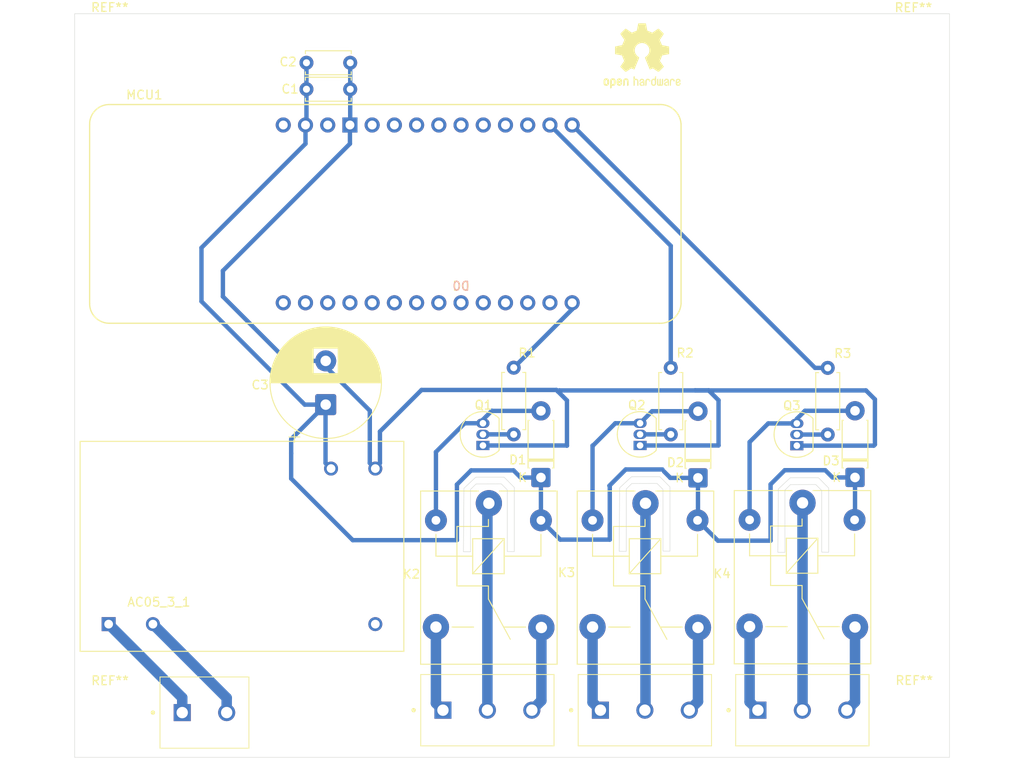
<source format=kicad_pcb>
(kicad_pcb (version 20241229) (generator "pcbnew") (generator_version "9.0")
  (layers (0 "F.Cu" signal) (2 "B.Cu" signal) (13 "F.Paste" user) (15 "B.Paste" user) (5 "F.SilkS" user "F.Silkscreen") (7 "B.SilkS" user "B.Silkscreen") (1 "F.Mask" user) (3 "B.Mask" user) (25 "Edge.Cuts" user))
  (net 0 "")
  (net 1 "/Bewaesserungsrelais")
  (net 2 "/+5V")
  (net 3 "/-5V")
  (net 4 "/Hauptrelais")
  (net 5 "/Poolrelais")
  (net 6 "VCC")
  (net 7 "GND")
  (net 8 "Net-(D1-A)")
  (net 9 "Net-(D2-A)")
  (net 10 "Net-(D3-A)")
  (net 11 "/Hauptrelais/NO")
  (net 12 "/Hauptrelais/IN")
  (net 13 "/Hauptrelais/ON")
  (net 14 "/Bewaesserungsrelais/IN")
  (net 15 "/Bewaesserungsrelais/ON")
  (net 16 "/Bewaesserungsrelais/NO")
  (net 17 "/Poolrelais/IN")
  (net 18 "/Poolrelais/ON")
  (net 19 "/Poolrelais/NO")
  (net 20 "Net-(Q1-B)")
  (net 21 "Net-(Q2-B)")
  (net 22 "Net-(Q3-B)")
  (net 44 "unconnected-(MCU1-D12{slash}SCL-PadD12)")
  (footprint "Relay_THT:Relay_SPDT_SANYOU_SRD_Series_Form_C" (layer "F.Cu") (at 133.7 104.905 -90)
    (property "Reference" "K4" (at 8.1 9.2 180) (layer "F.SilkS"))
    (property "Value" "SANYOU_SRD_Form_C" (hide yes))
    (pad "1" thru_hole circle (at 0 0) (size 3 3) (drill 1.3) (layers "*.Cu" "*.Mask") (net 17 "/Poolrelais/IN"))
    (pad "2" thru_hole circle (at 1.95 6.05) (size 2.5 2.5) (drill 1) (layers "*.Cu" "*.Mask") (net 10 "Net-(D3-A)"))
    (pad "3" thru_hole circle (at 14.15 6.05) (size 3 3) (drill 1.3) (layers "*.Cu" "*.Mask") (net 18 "/Poolrelais/ON"))
    (pad "4" thru_hole circle (at 14.2 -6) (size 3 3) (drill 1.3) (layers "*.Cu" "*.Mask") (net 19 "/Poolrelais/NO"))
    (pad "5" thru_hole circle (at 1.95 -5.95) (size 2.5 2.5) (drill 1) (layers "*.Cu" "*.Mask") (net 2 "/+5V"))
  )
  (footprint "MountingHole:MountingHole_4.3mm_M4_DIN965" (layer "F.Cu") (at 146.375 53.055)
    (property "Reference" "REF**" (at 0 -4.75 0) (layer "F.SilkS"))
    (property "Value" "MountingHole_4.3mm_M4_DIN965")
    (pad "" np_thru_hole circle (at 0 0) (size 4.3 4.3) (drill 4.3) (layers "*.Cu" "*.Mask"))
  )
  (footprint "Relay_THT:Relay_SPDT_SANYOU_SRD_Series_Form_C" (layer "F.Cu") (at 115.75 104.955 -90)
    (property "Reference" "K3" (at 7.925 9.018 180) (layer "F.SilkS"))
    (property "Value" "SANYOU_SRD_Form_C" (hide yes))
    (pad "1" thru_hole circle (at 0 0) (size 3 3) (drill 1.3) (layers "*.Cu" "*.Mask") (net 14 "/Bewaesserungsrelais/IN"))
    (pad "2" thru_hole circle (at 1.95 6.05) (size 2.5 2.5) (drill 1) (layers "*.Cu" "*.Mask") (net 9 "Net-(D2-A)"))
    (pad "3" thru_hole circle (at 14.15 6.05) (size 3 3) (drill 1.3) (layers "*.Cu" "*.Mask") (net 15 "/Bewaesserungsrelais/ON"))
    (pad "4" thru_hole circle (at 14.2 -6) (size 3 3) (drill 1.3) (layers "*.Cu" "*.Mask") (net 16 "/Bewaesserungsrelais/NO"))
    (pad "5" thru_hole circle (at 1.95 -5.95) (size 2.5 2.5) (drill 1) (layers "*.Cu" "*.Mask") (net 2 "/+5V"))
  )
  (footprint "MountingHole:MountingHole_4.3mm_M4_DIN965" (layer "F.Cu") (at 54.55 129.98)
    (property "Reference" "REF**" (at 0 -4.75 0) (layer "F.SilkS"))
    (property "Value" "MountingHole_4.3mm_M4_DIN965")
    (pad "" np_thru_hole circle (at 0 0) (size 4.3 4.3) (drill 4.3) (layers "*.Cu" "*.Mask"))
  )
  (footprint "Diode_THT:D_DO-41_SOD81_P7.62mm_Horizontal" (layer "F.Cu") (at 103.8 102.015 90)
    (property "Reference" "D1" (at 2.02 -2.656 180) (layer "F.SilkS"))
    (property "Value" "1N4007")
    (fp_text user "K" (at 0 -2.1 180) (layer "F.SilkS"))
    (pad "1" thru_hole roundrect (at 0 0 90) (size 2.2 2.2) (drill 1.1) (layers "*.Cu" "*.Mask") (roundrect_rratio 0.113636) (net 2 "/+5V"))
    (pad "2" thru_hole circle (at 7.62 0 90) (size 2.2 2.2) (drill 1.1) (layers "*.Cu" "*.Mask") (net 8 "Net-(D1-A)"))
  )
  (footprint "PCM_arduino-library:Arduino_MKR_FOX_1200_Socket" (layer "F.Cu") (at 54.4652 61.63)
    (property "Reference" "MCU1" (at 4 -3.35 0) (layer "F.SilkS"))
    (property "Value" "Arduino_MKR_WAN_1310_Socket")
    (fp_text user "D0" (at 40.2048 18.505 0) (layer "F.SilkS"))
    (fp_text user "D0" (at 40.2048 18.505 0) (layer "B.SilkS") (effects (justify mirror)))
    (pad "" np_thru_hole circle (at 0 0) (size 2.2 2.2) (drill 2.2) (layers "*.Cu" "*.Mask"))
    (pad "" np_thru_hole circle (at 0 20.5) (size 2.2 2.2) (drill 2.2) (layers "*.Cu" "*.Mask"))
    (pad "" np_thru_hole circle (at 57 0) (size 2.2 2.2) (drill 2.2) (layers "*.Cu" "*.Mask"))
    (pad "" np_thru_hole circle (at 57 20.5) (size 2.2 2.2) (drill 2.2) (layers "*.Cu" "*.Mask"))
    (pad "3V3" thru_hole circle (at 24.9648 0.09) (size 1.7272 1.7272) (drill 1.016) (layers "*.Cu" "*.Mask"))
    (pad "5V" thru_hole circle (at 19.8848 0.09) (size 1.7272 1.7272) (drill 1.016) (layers "*.Cu" "*.Mask"))
    (pad "A0" thru_hole circle (at 22.4248 20.41) (size 1.7272 1.7272) (drill 1.016) (layers "*.Cu" "*.Mask"))
    (pad "A1" thru_hole circle (at 24.9648 20.41) (size 1.7272 1.7272) (drill 1.016) (layers "*.Cu" "*.Mask"))
    (pad "A2" thru_hole circle (at 27.5048 20.41) (size 1.7272 1.7272) (drill 1.016) (layers "*.Cu" "*.Mask"))
    (pad "A3" thru_hole circle (at 30.0448 20.41) (size 1.7272 1.7272) (drill 1.016) (layers "*.Cu" "*.Mask"))
    (pad "A4" thru_hole circle (at 32.5848 20.41) (size 1.7272 1.7272) (drill 1.016) (layers "*.Cu" "*.Mask"))
    (pad "A5" thru_hole circle (at 35.1248 20.41) (size 1.7272 1.7272) (drill 1.016) (layers "*.Cu" "*.Mask"))
    (pad "A6" thru_hole circle (at 37.6648 20.41) (size 1.7272 1.7272) (drill 1.016) (layers "*.Cu" "*.Mask"))
    (pad "AREF" thru_hole circle (at 19.8848 20.41) (size 1.7272 1.7272) (drill 1.016) (layers "*.Cu" "*.Mask"))
    (pad "D0" thru_hole circle (at 40.2048 20.41) (size 1.7272 1.7272) (drill 1.016) (layers "*.Cu" "*.Mask"))
    (pad "D1" thru_hole circle (at 42.7448 20.41) (size 1.7272 1.7272) (drill 1.016) (layers "*.Cu" "*.Mask"))
    (pad "D2" thru_hole circle (at 45.2848 20.41) (size 1.7272 1.7272) (drill 1.016) (layers "*.Cu" "*.Mask"))
    (pad "D3" thru_hole circle (at 47.8248 20.41) (size 1.7272 1.7272) (drill 1.016) (layers "*.Cu" "*.Mask"))
    (pad "D4" thru_hole circle (at 50.3648 20.41) (size 1.7272 1.7272) (drill 1.016) (layers "*.Cu" "*.Mask"))
    (pad "D5" thru_hole circle (at 52.9048 20.41) (size 1.7272 1.7272) (drill 1.016) (layers "*.Cu" "*.Mask") (net 4 "/Hauptrelais"))
    (pad "D6" thru_hole circle (at 52.9048 0.09) (size 1.7272 1.7272) (drill 1.016) (layers "*.Cu" "*.Mask") (net 5 "/Poolrelais"))
    (pad "D7" thru_hole circle (at 50.3648 0.09) (size 1.7272 1.7272) (drill 1.016) (layers "*.Cu" "*.Mask") (net 1 "/Bewaesserungsrelais"))
    (pad "D8" thru_hole circle (at 47.8248 0.09) (size 1.7272 1.7272) (drill 1.016) (layers "*.Cu" "*.Mask"))
    (pad "D9" thru_hole circle (at 45.2848 0.09) (size 1.7272 1.7272) (drill 1.016) (layers "*.Cu" "*.Mask"))
    (pad "D10" thru_hole circle (at 42.7448 0.09) (size 1.7272 1.7272) (drill 1.016) (layers "*.Cu" "*.Mask"))
    (pad "D11" thru_hole circle (at 40.2048 0.09) (size 1.7272 1.7272) (drill 1.016) (layers "*.Cu" "*.Mask"))
    (pad "D12" thru_hole circle (at 37.6648 0.09) (size 1.7272 1.7272) (drill 1.016) (layers "*.Cu" "*.Mask") (net 44 "unconnected-(MCU1-D12{slash}SCL-PadD12)"))
    (pad "D13" thru_hole circle (at 35.1248 0.09) (size 1.7272 1.7272) (drill 1.016) (layers "*.Cu" "*.Mask"))
    (pad "D14" thru_hole circle (at 32.5848 0.09) (size 1.7272 1.7272) (drill 1.016) (layers "*.Cu" "*.Mask"))
    (pad "GND" thru_hole rect (at 27.5048 0.09) (size 1.7272 1.7272) (drill 1.016) (layers "*.Cu" "*.Mask") (net 3 "/-5V"))
    (pad "RST" thru_hole circle (at 30.0448 0.09) (size 1.7272 1.7272) (drill 1.016) (layers "*.Cu" "*.Mask"))
    (pad "VIN" thru_hole circle (at 22.4248 0.09) (size 1.7272 1.7272) (drill 1.016) (layers "*.Cu" "*.Mask") (net 2 "/+5V"))
  )
  (footprint "PhoenixContact:MKDSN 1,5_3-5,08" (layer "F.Cu") (at 110.6 128.605)
    (property "Reference" "J4" (hide yes))
    (property "Value" "Screw_Terminal_01x03" (hide yes))
    (pad "1" thru_hole rect (at 0 0) (size 1.95 1.95) (drill 1.3) (layers "*.Cu" "*.Mask") (net 15 "/Bewaesserungsrelais/ON"))
    (pad "2" thru_hole circle (at 5.08 0) (size 1.95 1.95) (drill 1.3) (layers "*.Cu" "*.Mask") (net 14 "/Bewaesserungsrelais/IN"))
    (pad "3" thru_hole circle (at 10.16 0) (size 1.95 1.95) (drill 1.3) (layers "*.Cu" "*.Mask") (net 16 "/Bewaesserungsrelais/NO"))
  )
  (footprint "Resistor_THT:R_Axial_DIN0207_L6.3mm_D2.5mm_P7.62mm_Horizontal" (layer "F.Cu") (at 118.64 89.47 -90)
    (property "Reference" "R2" (at -1.69 -1.64 0) (layer "F.SilkS"))
    (property "Value" "220 Ohm, axial, 250 mW, 0,1%")
    (pad "1" thru_hole circle (at 0 0 270) (size 1.6 1.6) (drill 0.8) (layers "*.Cu" "*.Mask") (net 1 "/Bewaesserungsrelais"))
    (pad "2" thru_hole circle (at 7.62 0 270) (size 1.6 1.6) (drill 0.8) (layers "*.Cu" "*.Mask") (net 21 "Net-(Q2-B)"))
  )
  (footprint "Capacitor_THT:C_Disc_D5.0mm_W2.5mm_P5.00mm" (layer "F.Cu") (at 77 57.63)
    (property "Reference" "C1" (at -1.88 -0.02 0) (layer "F.SilkS"))
    (property "Value" "10000pF 100V 10% Y5P 5mm")
    (pad "1" thru_hole circle (at 0 0) (size 1.6 1.6) (drill 0.8) (layers "*.Cu" "*.Mask") (net 2 "/+5V"))
    (pad "2" thru_hole circle (at 5 0) (size 1.6 1.6) (drill 0.8) (layers "*.Cu" "*.Mask") (net 3 "/-5V"))
  )
  (footprint "PhoenixContact:MKDSN 1,5_3-5,08" (layer "F.Cu") (at 92.6 128.605)
    (property "Reference" "J1" (hide yes))
    (property "Value" "Screw_Terminal_01x03" (hide yes))
    (pad "1" thru_hole rect (at 0 0) (size 1.95 1.95) (drill 1.3) (layers "*.Cu" "*.Mask") (net 13 "/Hauptrelais/ON"))
    (pad "2" thru_hole circle (at 5.08 0) (size 1.95 1.95) (drill 1.3) (layers "*.Cu" "*.Mask") (net 12 "/Hauptrelais/IN"))
    (pad "3" thru_hole circle (at 10.16 0) (size 1.95 1.95) (drill 1.3) (layers "*.Cu" "*.Mask") (net 11 "/Hauptrelais/NO"))
  )
  (footprint "Package_TO_SOT_THT:TO-92_Inline" (layer "F.Cu") (at 97.17 98.35 90)
    (property "Reference" "Q1" (at 4.615 0.05 180) (layer "F.SilkS"))
    (property "Value" "2N3904")
    (pad "1" thru_hole rect (at 0 0 90) (size 1.05 1.5) (drill 0.75) (layers "*.Cu" "*.Mask") (net 3 "/-5V"))
    (pad "2" thru_hole oval (at 1.27 0 90) (size 1.05 1.5) (drill 0.75) (layers "*.Cu" "*.Mask") (net 20 "Net-(Q1-B)"))
    (pad "3" thru_hole oval (at 2.54 0 90) (size 1.05 1.5) (drill 0.75) (layers "*.Cu" "*.Mask") (net 8 "Net-(D1-A)"))
  )
  (footprint "Resistor_THT:R_Axial_DIN0207_L6.3mm_D2.5mm_P7.62mm_Horizontal" (layer "F.Cu") (at 136.58 89.48 -90)
    (property "Reference" "R3" (at -1.65 -1.72 0) (layer "F.SilkS"))
    (property "Value" "220 Ohm, axial, 250 mW, 0,1%")
    (pad "1" thru_hole circle (at 0 0 270) (size 1.6 1.6) (drill 0.8) (layers "*.Cu" "*.Mask") (net 5 "/Poolrelais"))
    (pad "2" thru_hole circle (at 7.62 0 270) (size 1.6 1.6) (drill 0.8) (layers "*.Cu" "*.Mask") (net 22 "Net-(Q3-B)"))
  )
  (footprint "MountingHole:MountingHole_4.3mm_M4_DIN965" (layer "F.Cu") (at 54.525 53.03)
    (property "Reference" "REF**" (at 0 -4.75 0) (layer "F.SilkS"))
    (property "Value" "MountingHole_4.3mm_M4_DIN965")
    (pad "" np_thru_hole circle (at 0 0) (size 4.3 4.3) (drill 4.3) (layers "*.Cu" "*.Mask"))
  )
  (footprint "Relay_THT:Relay_SPDT_SANYOU_SRD_Series_Form_C" (layer "F.Cu") (at 97.85 104.955 -90)
    (property "Reference" "K2" (at 8.1 8.85 0) (layer "F.SilkS"))
    (property "Value" "SANYOU_SRD_Form_C" (hide yes))
    (pad "1" thru_hole circle (at 0 0) (size 3 3) (drill 1.3) (layers "*.Cu" "*.Mask") (net 12 "/Hauptrelais/IN"))
    (pad "2" thru_hole circle (at 1.95 6.05) (size 2.5 2.5) (drill 1) (layers "*.Cu" "*.Mask") (net 8 "Net-(D1-A)"))
    (pad "3" thru_hole circle (at 14.15 6.05) (size 3 3) (drill 1.3) (layers "*.Cu" "*.Mask") (net 13 "/Hauptrelais/ON"))
    (pad "4" thru_hole circle (at 14.2 -6) (size 3 3) (drill 1.3) (layers "*.Cu" "*.Mask") (net 11 "/Hauptrelais/NO"))
    (pad "5" thru_hole circle (at 1.95 -5.95) (size 2.5 2.5) (drill 1) (layers "*.Cu" "*.Mask") (net 2 "/+5V"))
  )
  (footprint "Package_TO_SOT_THT:TO-92_Inline" (layer "F.Cu") (at 133.05 98.37 90)
    (property "Reference" "Q3" (at 4.57 -0.573 180) (layer "F.SilkS"))
    (property "Value" "2N3904")
    (pad "1" thru_hole rect (at 0 0 90) (size 1.05 1.5) (drill 0.75) (layers "*.Cu" "*.Mask") (net 3 "/-5V"))
    (pad "2" thru_hole oval (at 1.27 0 90) (size 1.05 1.5) (drill 0.75) (layers "*.Cu" "*.Mask") (net 22 "Net-(Q3-B)"))
    (pad "3" thru_hole oval (at 2.54 0 90) (size 1.05 1.5) (drill 0.75) (layers "*.Cu" "*.Mask") (net 10 "Net-(D3-A)"))
  )
  (footprint "Capacitor_THT:CP_Radial_D12.5mm_P5.00mm" (layer "F.Cu") (at 79.2 93.68 90)
    (property "Reference" "C3" (at 2.25 -7.5 0) (layer "F.SilkS"))
    (property "Value" "1000 µF, 25 V, 105°C, low ESR, 12,5 x 20 mm, RM 5")
    (pad "1" thru_hole roundrect (at 0 0 90) (size 2.4 2.4) (drill 1.2) (layers "*.Cu" "*.Mask") (roundrect_rratio 0.104167) (net 2 "/+5V"))
    (pad "2" thru_hole circle (at 5 0 90) (size 2.4 2.4) (drill 1.2) (layers "*.Cu" "*.Mask") (net 3 "/-5V"))
  )
  (footprint "Diode_THT:D_DO-41_SOD81_P7.62mm_Horizontal" (layer "F.Cu") (at 139.7 102.005 90)
    (property "Reference" "D3" (at 1.9 -2.742 180) (layer "F.SilkS"))
    (property "Value" "1N4007")
    (fp_text user "K" (at 0 -2.1 180) (layer "F.SilkS"))
    (pad "1" thru_hole roundrect (at 0 0 90) (size 2.2 2.2) (drill 1.1) (layers "*.Cu" "*.Mask") (roundrect_rratio 0.113636) (net 2 "/+5V"))
    (pad "2" thru_hole circle (at 7.62 0 90) (size 2.2 2.2) (drill 1.1) (layers "*.Cu" "*.Mask") (net 10 "Net-(D3-A)"))
  )
  (footprint "PhoenixContact:MKDSN 1,5_2-5,08" (layer "F.Cu") (at 62.8 128.88)
    (property "Reference" "J2" (hide yes))
    (property "Value" "Screw_Terminal_01x02" (hide yes))
    (pad "1" thru_hole rect (at 0 0) (size 1.95 1.95) (drill 1.3) (layers "*.Cu" "*.Mask") (net 6 "VCC"))
    (pad "2" thru_hole circle (at 5.08 0) (size 1.95 1.95) (drill 1.3) (layers "*.Cu" "*.Mask") (net 7 "GND"))
  )
  (footprint "MountingHole:MountingHole_4.3mm_M4_DIN965" (layer "F.Cu") (at 146.475 129.955)
    (property "Reference" "REF**" (at 0 -4.75 0) (layer "F.SilkS"))
    (property "Value" "MountingHole_4.3mm_M4_DIN965")
    (pad "" np_thru_hole circle (at 0 0) (size 4.3 4.3) (drill 4.3) (layers "*.Cu" "*.Mask"))
  )
  (footprint "PhoenixContact:MKDSN 1,5_3-5,08" (layer "F.Cu") (at 128.6 128.605)
    (property "Reference" "J5" (hide yes))
    (property "Value" "Screw_Terminal_01x03" (hide yes))
    (pad "1" thru_hole rect (at 0 0) (size 1.95 1.95) (drill 1.3) (layers "*.Cu" "*.Mask") (net 18 "/Poolrelais/ON"))
    (pad "2" thru_hole circle (at 5.08 0) (size 1.95 1.95) (drill 1.3) (layers "*.Cu" "*.Mask") (net 17 "/Poolrelais/IN"))
    (pad "3" thru_hole circle (at 10.16 0) (size 1.95 1.95) (drill 1.3) (layers "*.Cu" "*.Mask") (net 19 "/Poolrelais/NO"))
  )
  (footprint "Resistor_THT:R_Axial_DIN0207_L6.3mm_D2.5mm_P7.62mm_Horizontal" (layer "F.Cu") (at 100.69 89.46 -90)
    (property "Reference" "R1" (at -1.69 -1.52 0) (layer "F.SilkS"))
    (property "Value" "220 Ohm, axial, 250 mW, 0,1%")
    (pad "1" thru_hole circle (at 0 0 270) (size 1.6 1.6) (drill 0.8) (layers "*.Cu" "*.Mask") (net 4 "/Hauptrelais"))
    (pad "2" thru_hole circle (at 7.62 0 270) (size 1.6 1.6) (drill 0.8) (layers "*.Cu" "*.Mask") (net 20 "Net-(Q1-B)"))
  )
  (footprint "Capacitor_THT:C_Disc_D5.0mm_W2.5mm_P5.00mm" (layer "F.Cu") (at 77 54.605)
    (property "Reference" "C2" (at -2.1 -0.1 0) (layer "F.SilkS"))
    (property "Value" "0.1uF 500V +80/-20%")
    (pad "1" thru_hole circle (at 0 0) (size 1.6 1.6) (drill 0.8) (layers "*.Cu" "*.Mask") (net 2 "/+5V"))
    (pad "2" thru_hole circle (at 5 0) (size 1.6 1.6) (drill 0.8) (layers "*.Cu" "*.Mask") (net 3 "/-5V"))
  )
  (footprint "AZFootprints:AZ_PSU_Module" (layer "F.Cu") (at 69.63 109.88 180)
    (property "Reference" "AC05_3_1" (at 9.5 -6.372 0) (layer "F.SilkS"))
    (property "Value" "~")
    (pad "1" thru_hole rect (at 15.24 -8.89 180) (size 1.6 1.6) (drill 1) (layers "*.Cu" "*.Mask") (net 6 "VCC"))
    (pad "2" thru_hole circle (at 10.18 -8.89 180) (size 1.6 1.6) (drill 1) (layers "*.Cu" "*.Mask") (net 7 "GND"))
    (pad "3" thru_hole circle (at -10.18 8.89 180) (size 1.6 1.6) (drill 1) (layers "*.Cu" "*.Mask") (net 2 "/+5V"))
    (pad "4" thru_hole circle (at -15.24 8.89 180) (size 1.6 1.6) (drill 1) (layers "*.Cu" "*.Mask") (net 3 "/-5V"))
    (pad "NC" thru_hole circle (at -15.24 -8.89 180) (size 1.6 1.6) (drill 1) (layers "*.Cu" "*.Mask"))
  )
  (footprint "Diode_THT:D_DO-41_SOD81_P7.62mm_Horizontal" (layer "F.Cu") (at 121.75 102.055 90)
    (property "Reference" "D2" (at 1.75 -2.572 180) (layer "F.SilkS"))
    (property "Value" "1N4007")
    (fp_text user "K" (at 0 -2.1 180) (layer "F.SilkS"))
    (pad "1" thru_hole roundrect (at 0 0 90) (size 2.2 2.2) (drill 1.1) (layers "*.Cu" "*.Mask") (roundrect_rratio 0.113636) (net 2 "/+5V"))
    (pad "2" thru_hole circle (at 7.62 0 90) (size 2.2 2.2) (drill 1.1) (layers "*.Cu" "*.Mask") (net 9 "Net-(D2-A)"))
  )
  (footprint "Package_TO_SOT_THT:TO-92_Inline" (layer "F.Cu") (at 115.13 98.35 90)
    (property "Reference" "Q2" (at 4.605 -0.378 180) (layer "F.SilkS"))
    (property "Value" "2N3904")
    (pad "1" thru_hole rect (at 0 0 90) (size 1.05 1.5) (drill 0.75) (layers "*.Cu" "*.Mask") (net 3 "/-5V"))
    (pad "2" thru_hole oval (at 1.27 0 90) (size 1.05 1.5) (drill 0.75) (layers "*.Cu" "*.Mask") (net 21 "Net-(Q2-B)"))
    (pad "3" thru_hole oval (at 2.54 0 90) (size 1.05 1.5) (drill 0.75) (layers "*.Cu" "*.Mask") (net 9 "Net-(D2-A)"))
  )
  (footprint "Symbol:OSHW-Logo2_9.8x8mm_SilkScreen" (layer "F.Cu") (at 115.36 53.81)
    (property "Reference" "REF**" (hide yes))
    (property "Value" "OSHW-Logo2_9.8x8mm_SilkScreen" (hide yes))
  )
  (gr_poly (pts (xy 95 103.24) (xy 94.940783 110.5) (xy 95.75 110.5) (xy 95.75 103.38) (xy 96.38 102.75) (xy 99.27 102.74) (xy 99.95 103.42) (xy 99.95 110.468875) (xy 100.75 110.478875) (xy 100.75 103.14) (xy 99.59 101.97) (xy 96.36 101.97)) (stroke (width 0.05)) (fill no) (layer "Edge.Cuts"))
  (gr_rect (start 50.5 49) (end 150.5 134) (stroke (width 0.05)) (fill no) (layer "Edge.Cuts"))
  (gr_poly (pts (xy 112.8 103.188875) (xy 112.740783 110.448875) (xy 113.55 110.448875) (xy 113.55 103.328875) (xy 114.18 102.698875) (xy 117.07 102.688875) (xy 117.75 103.368875) (xy 117.75 110.41775) (xy 118.55 110.42775) (xy 118.55 103.088875) (xy 117.39 101.918875) (xy 114.16 101.918875)) (stroke (width 0.05)) (fill no) (layer "Edge.Cuts"))
  (gr_poly (pts (xy 130.94 103.311125) (xy 130.880783 110.571125) (xy 131.69 110.571125) (xy 131.69 103.451125) (xy 132.32 102.821125) (xy 135.21 102.811125) (xy 135.89 103.491125) (xy 135.89 110.54) (xy 136.69 110.55) (xy 136.69 103.211125) (xy 135.53 102.041125) (xy 132.3 102.041125)) (stroke (width 0.05)) (fill no) (layer "Edge.Cuts"))
  (segment (start 117.1 73.99) (end 104.83 61.72) (width 0.5) (layer "B.Cu") (net 1))
  (segment (start 118.64 75.53) (end 117.1 73.99) (width 0.5) (layer "B.Cu") (net 1))
  (segment (start 118.64 89.47) (end 119.075 89.035) (width 0.5) (layer "B.Cu") (net 1))
  (segment (start 118.64 89.47) (end 118.64 75.53) (width 0.5) (layer "B.Cu") (net 1))
  (segment (start 100.665447 101.195447) (end 95.819169 101.195447) (width 0.5) (layer "B.Cu") (net 2))
  (segment (start 103.8 102.015) (end 103.8 106.905) (width 0.5) (layer "B.Cu") (net 2))
  (segment (start 124.025 109.23) (end 121.7 106.905) (width 0.5) (layer "B.Cu") (net 2))
  (segment (start 139.7 106.805) (end 139.65 106.855) (width 0.5) (layer "B.Cu") (net 2))
  (segment (start 78.5 94.38) (end 79.2 93.68) (width 0.5) (layer "B.Cu") (net 2))
  (segment (start 76.8 93.68) (end 76.485 93.365) (width 0.5) (layer "B.Cu") (net 2))
  (segment (start 79.2 93.68) (end 75.25 97.63) (width 0.5) (layer "B.Cu") (net 2))
  (segment (start 106.005 109.11) (end 103.8 106.905) (width 0.5) (layer "B.Cu") (net 2))
  (segment (start 131.669169 101.175447) (end 130.049 102.795616) (width 0.5) (layer "B.Cu") (net 2))
  (segment (start 77 54.605) (end 77 57.63) (width 0.5) (layer "B.Cu") (net 2))
  (segment (start 103.8 102.015) (end 101.485 102.015) (width 0.5) (layer "B.Cu") (net 2))
  (segment (start 101.485 102.015) (end 100.665447 101.195447) (width 0.5) (layer "B.Cu") (net 2))
  (segment (start 75.25 102.13) (end 75.25 99.25) (width 0.5) (layer "B.Cu") (net 2))
  (segment (start 130.049 109.23) (end 124.025 109.23) (width 0.5) (layer "B.Cu") (net 2))
  (segment (start 76.485 93.365) (end 65 81.88) (width 0.5) (layer "B.Cu") (net 2))
  (segment (start 79.18 100.36) (end 79.18 94.45) (width 0.5) (layer "B.Cu") (net 2))
  (segment (start 76.89 63.86) (end 76.89 61.72) (width 0.5) (layer "B.Cu") (net 2))
  (segment (start 139.7 102.005) (end 137.125 102.005) (width 0.5) (layer "B.Cu") (net 2))
  (segment (start 94.199 109.17) (end 82.29 109.17) (width 0.5) (layer "B.Cu") (net 2))
  (segment (start 136.295447 101.175447) (end 131.669169 101.175447) (width 0.5) (layer "B.Cu") (net 2))
  (segment (start 103.8 102.015) (end 102.980447 101.195447) (width 0.5) (layer "B.Cu") (net 2))
  (segment (start 121.75 106.855) (end 121.7 106.905) (width 0.5) (layer "B.Cu") (net 2))
  (segment (start 111.63 102.95) (end 111.67 102.99) (width 0.5) (layer "B.Cu") (net 2))
  (segment (start 111.67 109.11) (end 106.005 109.11) (width 0.5) (layer "B.Cu") (net 2))
  (segment (start 79.2 93.68) (end 76.8 93.68) (width 0.5) (layer "B.Cu") (net 2))
  (segment (start 75.25 97.63) (end 75.25 99.25) (width 0.5) (layer "B.Cu") (net 2))
  (segment (start 77 57.63) (end 77 61.61) (width 0.5) (layer "B.Cu") (net 2))
  (segment (start 95.819169 101.195447) (end 94.199 102.815616) (width 0.5) (layer "B.Cu") (net 2))
  (segment (start 79.18 94.45) (end 79.2 94.43) (width 0.5) (layer "B.Cu") (net 2))
  (segment (start 65 75.75) (end 76.89 63.86) (width 0.5) (layer "B.Cu") (net 2))
  (segment (start 118.592929 102.048976) (end 117.8694 101.325447) (width 0.5) (layer "B.Cu") (net 2))
  (segment (start 130.049 102.795616) (end 130.049 109.23) (width 0.5) (layer "B.Cu") (net 2))
  (segment (start 94.199 102.815616) (end 94.199 109.17) (width 0.5) (layer "B.Cu") (net 2))
  (segment (start 121.75 102.055) (end 118.592929 102.055) (width 0.5) (layer "B.Cu") (net 2))
  (segment (start 118.592929 102.055) (end 118.592929 102.048976) (width 0.5) (layer "B.Cu") (net 2))
  (segment (start 82.29 109.17) (end 75.25 102.13) (width 0.5) (layer "B.Cu") (net 2))
  (segment (start 79.2 94.43) (end 79.2 93.68) (width 0.5) (layer "B.Cu") (net 2))
  (segment (start 113.49 101.09) (end 111.63 102.95) (width 0.5) (layer "B.Cu") (net 2))
  (segment (start 77 61.61) (end 76.89 61.72) (width 0.5) (layer "B.Cu") (net 2))
  (segment (start 139.7 102.005) (end 139.7 106.805) (width 0.5) (layer "B.Cu") (net 2))
  (segment (start 111.67 102.99) (end 111.67 109.11) (width 0.5) (layer "B.Cu") (net 2))
  (segment (start 78.25 94.38) (end 78.5 94.38) (width 0.5) (layer "B.Cu") (net 2))
  (segment (start 117.69 101.09) (end 113.49 101.09) (width 0.5) (layer "B.Cu") (net 2))
  (segment (start 79.81 100.99) (end 79.18 100.36) (width 0.5) (layer "B.Cu") (net 2))
  (segment (start 121.75 102.055) (end 121.75 106.855) (width 0.5) (layer "B.Cu") (net 2))
  (segment (start 65 81.88) (end 65 75.75) (width 0.5) (layer "B.Cu") (net 2))
  (segment (start 137.125 102.005) (end 136.295447 101.175447) (width 0.5) (layer "B.Cu") (net 2))
  (segment (start 81.97 63.86) (end 67.45 78.38) (width 0.5) (layer "B.Cu") (net 3))
  (segment (start 85.4 100.37) (end 85.4 96.755) (width 0.5) (layer "B.Cu") (net 3))
  (segment (start 74.8 88.68) (end 74.255 88.135) (width 0.5) (layer "B.Cu") (net 3))
  (segment (start 106.755 98.35) (end 106.775 98.37) (width 0.5) (layer "B.Cu") (net 3))
  (segment (start 140.95 92.055) (end 121.425 92.055) (width 0.5) (layer "B.Cu") (net 3))
  (segment (start 79.2 88.68) (end 74.8 88.68) (width 0.5) (layer "B.Cu") (net 3))
  (segment (start 141.975 98.24) (end 141.975 93.08) (width 0.5) (layer "B.Cu") (net 3))
  (segment (start 84.24 100.36) (end 84.24 94.37) (width 0.5) (layer "B.Cu") (net 3))
  (segment (start 85.4 96.755) (end 90.15 92.005) (width 0.5) (layer "B.Cu") (net 3))
  (segment (start 90.15 92.005) (end 105.575 92.005) (width 0.5) (layer "B.Cu") (net 3))
  (segment (start 82 61.69) (end 81.97 61.72) (width 0.5) (layer "B.Cu") (net 3))
  (segment (start 81.97 61.72) (end 81.97 63.86) (width 0.5) (layer "B.Cu") (net 3))
  (segment (start 84.87 100.99) (end 84.87 100.9) (width 0.5) (layer "B.Cu") (net 3))
  (segment (start 133.05 98.37) (end 141.845 98.37) (width 0.5) (layer "B.Cu") (net 3))
  (segment (start 84.24 94.37) (end 79.2 89.33) (width 0.5) (layer "B.Cu") (net 3))
  (segment (start 141.845 98.37) (end 141.975 98.24) (width 0.5) (layer "B.Cu") (net 3))
  (segment (start 82 57.63) (end 82 61.69) (width 0.5) (layer "B.Cu") (net 3))
  (segment (start 79.9 89.38) (end 79.2 88.68) (width 0.5) (layer "B.Cu") (net 3))
  (segment (start 105.575 92.005) (end 105.7625 92.1925) (width 0.5) (layer "B.Cu") (net 3))
  (segment (start 79.2 89.33) (end 79.2 88.68) (width 0.5) (layer "B.Cu") (net 3))
  (segment (start 67.45 78.38) (end 67.45 81.33) (width 0.5) (layer "B.Cu") (net 3))
  (segment (start 82 54.605) (end 82 57.63) (width 0.5) (layer "B.Cu") (net 3))
  (segment (start 121.425 92.055) (end 105.9 92.055) (width 0.5) (layer "B.Cu") (net 3))
  (segment (start 84.87 100.99) (end 84.24 100.36) (width 0.5) (layer "B.Cu") (net 3))
  (segment (start 141.975 93.08) (end 140.95 92.055) (width 0.5) (layer "B.Cu") (net 3))
  (segment (start 78.5 89.38) (end 79.2 88.68) (width 0.5) (layer "B.Cu") (net 3))
  (segment (start 115.13 98.35) (end 124.09 98.35) (width 0.5) (layer "B.Cu") (net 3))
  (segment (start 105.9 92.055) (end 105.7625 92.1925) (width 0.5) (layer "B.Cu") (net 3))
  (segment (start 97.17 98.35) (end 106.755 98.35) (width 0.5) (layer "B.Cu") (net 3))
  (segment (start 124.1 93.18) (end 122.975 92.055) (width 0.5) (layer "B.Cu") (net 3))
  (segment (start 124.1 98.34) (end 124.1 93.18) (width 0.5) (layer "B.Cu") (net 3))
  (segment (start 122.975 92.055) (end 121.425 92.055) (width 0.5) (layer "B.Cu") (net 3))
  (segment (start 124.09 98.35) (end 124.1 98.34) (width 0.5) (layer "B.Cu") (net 3))
  (segment (start 67.45 81.33) (end 74.255 88.135) (width 0.5) (layer "B.Cu") (net 3))
  (segment (start 106.775 93.205) (end 105.7625 92.1925) (width 0.5) (layer "B.Cu") (net 3))
  (segment (start 106.775 98.37) (end 106.775 93.205) (width 0.5) (layer "B.Cu") (net 3))
  (segment (start 84.87 100.9) (end 85.4 100.37) (width 0.5) (layer "B.Cu") (net 3))
  (segment (start 107.37 82.78) (end 107.37 82.04) (width 0.5) (layer "B.Cu") (net 4))
  (segment (start 100.69 89.46) (end 107.37 82.78) (width 0.5) (layer "B.Cu") (net 4))
  (segment (start 135.13 89.48) (end 107.37 61.72) (width 0.5) (layer "B.Cu") (net 5))
  (segment (start 136.58 89.48) (end 135.13 89.48) (width 0.5) (layer "B.Cu") (net 5))
  (segment (start 62.8 127.18) (end 54.39 118.77) (width 1.2) (layer "B.Cu") (net 6))
  (segment (start 62.8 128.88) (end 62.8 127.18) (width 1.2) (layer "B.Cu") (net 6))
  (segment (start 62.8 128.88) (end 62.62 128.88) (width 1.2) (layer "B.Cu") (net 6))
  (segment (start 54.26 118.9) (end 54.39 118.77) (width 1.2) (layer "B.Cu") (net 6))
  (segment (start 59.45 118.77) (end 59.32 118.9) (width 1.2) (layer "B.Cu") (net 7))
  (segment (start 67.88 127.2) (end 59.45 118.77) (width 1.2) (layer "B.Cu") (net 7))
  (segment (start 67.68 128.88) (end 67.88 128.88) (width 1.2) (layer "B.Cu") (net 7))
  (segment (start 67.88 128.88) (end 67.88 127.2) (width 1.2) (layer "B.Cu") (net 7))
  (segment (start 97.17 95.81) (end 97.17 95.4) (width 0.5) (layer "B.Cu") (net 8))
  (segment (start 91.8 99.09) (end 95.11 95.78) (width 0.5) (layer "B.Cu") (net 8))
  (segment (start 98.185 94.395) (end 103.8 94.395) (width 0.5) (layer "B.Cu") (net 8))
  (segment (start 97.17 95.4) (end 98.18 94.39) (width 0.5) (layer "B.Cu") (net 8))
  (segment (start 98.18 94.39) (end 98.185 94.395) (width 0.5) (layer "B.Cu") (net 8))
  (segment (start 95.11 95.78) (end 95.14 95.81) (width 0.5) (layer "B.Cu") (net 8))
  (segment (start 91.8 106.905) (end 91.8 99.09) (width 0.5) (layer "B.Cu") (net 8))
  (segment (start 95.14 95.81) (end 97.17 95.81) (width 0.5) (layer "B.Cu") (net 8))
  (segment (start 103.79 94.405) (end 103.8 94.395) (width 0.5) (layer "B.Cu") (net 8))
  (segment (start 109.7 106.905) (end 109.7 98.36) (width 0.5) (layer "B.Cu") (net 9))
  (segment (start 116.505 94.435) (end 121.75 94.435) (width 0.5) (layer "B.Cu") (net 9))
  (segment (start 115.13 95.81) (end 116.505 94.435) (width 0.5) (layer "B.Cu") (net 9))
  (segment (start 121.745 94.44) (end 121.75 94.435) (width 0.5) (layer "B.Cu") (net 9))
  (segment (start 109.7 98.36) (end 109.75 98.36) (width 0.5) (layer "B.Cu") (net 9))
  (segment (start 109.75 98.36) (end 112.3 95.81) (width 0.5) (layer "B.Cu") (net 9))
  (segment (start 112.3 95.81) (end 115.13 95.81) (width 0.5) (layer "B.Cu") (net 9))
  (segment (start 129.78 95.83) (end 133.05 95.83) (width 0.5) (layer "B.Cu") (net 10))
  (segment (start 127.65 97.96) (end 129.78 95.83) (width 0.5) (layer "B.Cu") (net 10))
  (segment (start 127.65 106.855) (end 127.65 97.96) (width 0.5) (layer "B.Cu") (net 10))
  (segment (start 133.05 95.83) (end 133.05 95.31) (width 0.5) (layer "B.Cu") (net 10))
  (segment (start 139.68 94.405) (end 139.7 94.385) (width 0.5) (layer "B.Cu") (net 10))
  (segment (start 133.975 94.385) (end 139.7 94.385) (width 0.5) (layer "B.Cu") (net 10))
  (segment (start 133.05 95.31) (end 133.975 94.385) (width 0.5) (layer "B.Cu") (net 10))
  (segment (start 103.85 127.515) (end 102.76 128.605) (width 1.2) (layer "B.Cu") (net 11))
  (segment (start 103.85 119.155) (end 103.85 127.515) (width 1.2) (layer "B.Cu") (net 11))
  (segment (start 97.68 105.125) (end 97.85 104.955) (width 1.2) (layer "B.Cu") (net 12))
  (segment (start 97.68 128.605) (end 97.68 105.125) (width 1.2) (layer "B.Cu") (net 12))
  (segment (start 91.8 119.105) (end 91.8 127.805) (width 1.2) (layer "B.Cu") (net 13))
  (segment (start 91.8 127.805) (end 92.6 128.605) (width 1.2) (layer "B.Cu") (net 13))
  (segment (start 115.75 128.535) (end 115.68 128.605) (width 1.2) (layer "B.Cu") (net 14))
  (segment (start 115.75 104.955) (end 115.75 128.535) (width 1.2) (layer "B.Cu") (net 14))
  (segment (start 109.7 119.105) (end 109.7 127.705) (width 1.2) (layer "B.Cu") (net 15))
  (segment (start 109.7 127.705) (end 110.6 128.605) (width 1.2) (layer "B.Cu") (net 15))
  (segment (start 121.75 119.155) (end 121.75 127.615) (width 1.2) (layer "B.Cu") (net 16))
  (segment (start 121.75 127.615) (end 120.76 128.605) (width 1.2) (layer "B.Cu") (net 16))
  (segment (start 133.7 104.905) (end 133.7 128.585) (width 1.2) (layer "B.Cu") (net 17))
  (segment (start 133.7 128.585) (end 133.68 128.605) (width 1.2) (layer "B.Cu") (net 17))
  (segment (start 127.65 119.055) (end 127.65 127.655) (width 1.2) (layer "B.Cu") (net 18))
  (segment (start 127.65 127.655) (end 128.6 128.605) (width 1.2) (layer "B.Cu") (net 18))
  (segment (start 139.7 127.665) (end 138.76 128.605) (width 1.2) (layer "B.Cu") (net 19))
  (segment (start 139.7 119.105) (end 139.7 127.665) (width 1.2) (layer "B.Cu") (net 19))
  (segment (start 97.17 97.08) (end 100.69 97.08) (width 0.5) (layer "B.Cu") (net 20))
  (segment (start 118.63 97.08) (end 118.64 97.09) (width 0.5) (layer "B.Cu") (net 21))
  (segment (start 115.13 97.08) (end 118.63 97.08) (width 0.5) (layer "B.Cu") (net 21))
  (segment (start 133.05 97.1) (end 136.58 97.1) (width 0.5) (layer "B.Cu") (net 22))
  (segment (start 92.13 61.396) (end 92.13 61.72) (width 0.5) (layer "B.Cu") (net 44))
)
</source>
